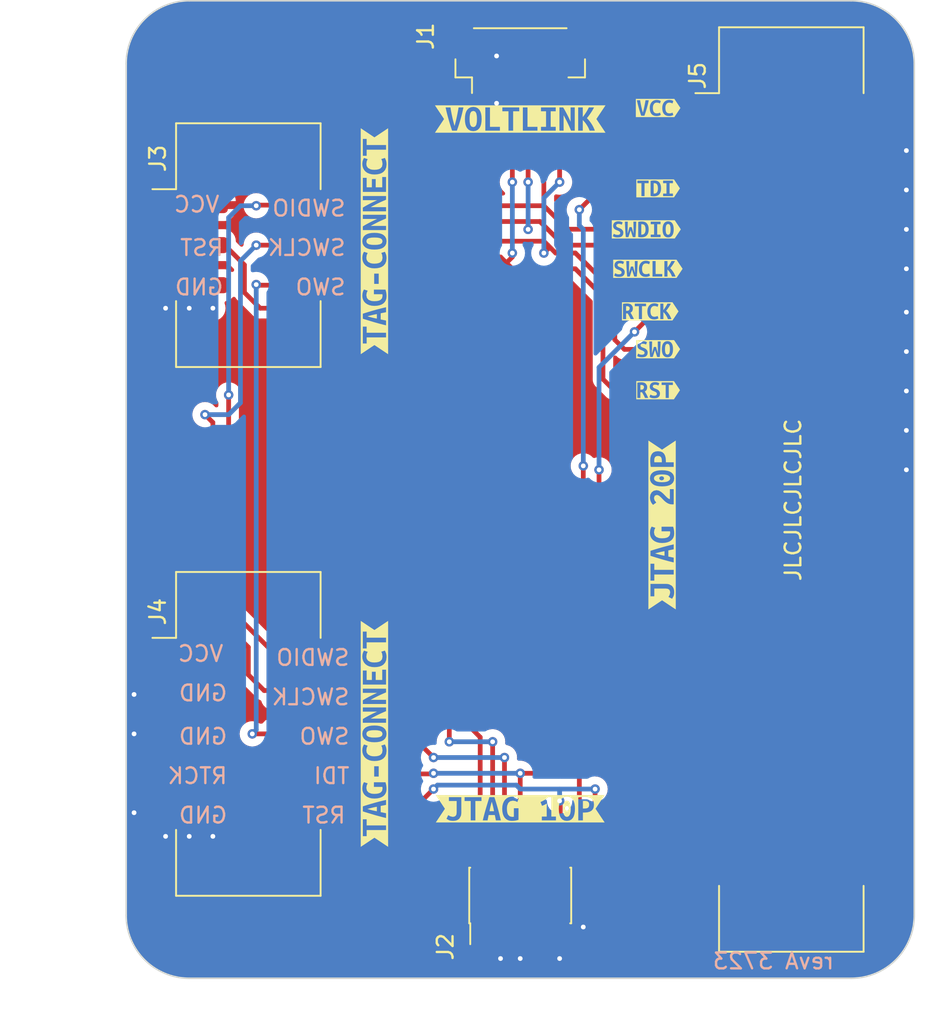
<source format=kicad_pcb>
(kicad_pcb (version 20221018) (generator pcbnew)
  (layers (0 "F.Cu" signal) (31 "B.Cu" signal) (34 "B.Paste" user) (35 "F.Paste" user) (36 "B.SilkS" user "B.Silkscreen") (37 "F.SilkS" user "F.Silkscreen") (38 "B.Mask" user) (39 "F.Mask" user) (44 "Edge.Cuts" user))
  (net 0 "")
  (net 1 "VCC")
  (net 2 "GND")
  (net 3 "/RTCK")
  (net 4 "/TDI")
  (net 5 "/RESET")
  (net 6 "/TXD")
  (net 7 "/RXD")
  (net 8 "/IO0")
  (net 9 "/EN")
  (net 10 "/TMS{slash}SWDIO")
  (net 11 "/TCLK{slash}SWCLK")
  (net 12 "/TDO{slash}SWO")
  (footprint "Fiducial:Fiducial_0.5mm_Mask1mm" (layer "F.Cu") (at 108.5 65.5)
    (fp_text reference "REF**" hide)
    (fp_text value "Fiducial_0.5mm_Mask1mm")
    (pad "" smd circle (at 0 0) (size 0.5 0.5) (layers "F.Cu" "F.Mask") (clearance 0.25))
  )
  (footprint "kibuzzard-6507D818" (layer "F.Cu") (at 140.25 88.2)
    (fp_text reference "kibuzzard-6507D818" hide)
    (fp_text value "G***" hide)
  )
  (footprint "kibuzzard-64FC233E" (layer "F.Cu") (at 131.5 71)
    (fp_text reference "kibuzzard-64FC233E" hide)
    (fp_text value "G***" hide)
  )
  (footprint "kibuzzard-6507D7E8" (layer "F.Cu") (at 140.25 75.4)
    (fp_text reference "kibuzzard-6507D7E8" hide)
    (fp_text value "G***" hide)
  )
  (footprint "kibuzzard-64FC2395" (layer "F.Cu") (at 140.5 96.75 90)
    (fp_text reference "kibuzzard-64FC2395" hide)
    (fp_text value "G***" hide)
  )
  (footprint "Voltlog:voltlog_mask_3mm" (layer "F.Cu") (at 122.014531 94.48057 90)
    (fp_text reference "V1" hide)
    (fp_text value "VOLTLOG_LOGO" hide)
  )
  (footprint "kibuzzard-6507D7D7" (layer "F.Cu") (at 140.25 70.3)
    (fp_text reference "kibuzzard-6507D7D7" hide)
    (fp_text value "G***" hide)
  )
  (footprint "kibuzzard-6507D7FA" (layer "F.Cu") (at 139.5 78)
    (fp_text reference "kibuzzard-6507D7FA" hide)
    (fp_text value "G***" hide)
  )
  (footprint "kibuzzard-64FC234D" (layer "F.Cu") (at 122.25 78.75 90)
    (fp_text reference "kibuzzard-64FC234D" hide)
    (fp_text value "G***" hide)
  )
  (footprint "kibuzzard-6507D812" (layer "F.Cu") (at 140.25 85.6)
    (fp_text reference "kibuzzard-6507D812" hide)
    (fp_text value "G***" hide)
  )
  (footprint "kibuzzard-6507D800" (layer "F.Cu") (at 139.6 80.5)
    (fp_text reference "kibuzzard-6507D800" hide)
    (fp_text value "G***" hide)
  )
  (footprint "Connector_IDC:IDC-Header_2x05_P2.54mm_Vertical_SMD" (layer "F.Cu") (at 114.25 110)
    (fp_text reference "J4" (at -5.75 -7.75 90) (layer "F.SilkS"))
    (fp_text value "TC2050-IDC 10-Pin")
    (pad "1" smd roundrect (at -3.8 -5.08) (size 5 1.02) (layers "F.Cu" "F.Paste" "F.Mask") (net 1 "VCC"))
    (pad "2" smd roundrect (at 3.8 -5.08) (size 5 1.02) (layers "F.Cu" "F.Paste" "F.Mask") (net 10 "/TMS{slash}SWDIO"))
    (pad "3" smd roundrect (at -3.8 -2.54) (size 5 1.02) (layers "F.Cu" "F.Paste" "F.Mask") (net 2 "GND"))
    (pad "4" smd roundrect (at 3.8 -2.54) (size 5 1.02) (layers "F.Cu" "F.Paste" "F.Mask") (net 11 "/TCLK{slash}SWCLK"))
    (pad "5" smd roundrect (at -3.8 0) (size 5 1.02) (layers "F.Cu" "F.Paste" "F.Mask") (net 2 "GND"))
    (pad "6" smd roundrect (at 3.8 0) (size 5 1.02) (layers "F.Cu" "F.Paste" "F.Mask") (net 12 "/TDO{slash}SWO"))
    (pad "7" smd roundrect (at -3.8 2.54) (size 5 1.02) (layers "F.Cu" "F.Paste" "F.Mask") (net 3 "/RTCK"))
    (pad "8" smd roundrect (at 3.8 2.54) (size 5 1.02) (layers "F.Cu" "F.Paste" "F.Mask") (net 4 "/TDI"))
    (pad "9" smd roundrect (at -3.8 5.08) (size 5 1.02) (layers "F.Cu" "F.Paste" "F.Mask") (net 2 "GND"))
    (pad "10" smd roundrect (at 3.8 5.08) (size 5 1.02) (layers "F.Cu" "F.Paste" "F.Mask") (net 5 "/RESET"))
  )
  (footprint "Connector_IDC:IDC-Header_2x20_P2.54mm_Vertical_SMD" (layer "F.Cu") (at 148.7 94.5)
    (fp_text reference "J5" (at -5.95 -26.25 90) (layer "F.SilkS"))
    (fp_text value "Conn_ARM_JTAG_SWD_20")
    (pad "1" smd roundrect (at -3.8 -24.13) (size 5 1.02) (layers "F.Cu" "F.Paste" "F.Mask") (net 1 "VCC"))
    (pad "2" smd roundrect (at 3.8 -24.13) (size 5 1.02) (layers "F.Cu" "F.Paste" "F.Mask") (net 1 "VCC"))
    (pad "3" smd roundrect (at -3.8 -21.59) (size 5 1.02) (layers "F.Cu" "F.Paste" "F.Mask"))
    (pad "4" smd roundrect (at 3.8 -21.59) (size 5 1.02) (layers "F.Cu" "F.Paste" "F.Mask") (net 2 "GND"))
    (pad "5" smd roundrect (at -3.8 -19.05) (size 5 1.02) (layers "F.Cu" "F.Paste" "F.Mask") (net 4 "/TDI"))
    (pad "6" smd roundrect (at 3.8 -19.05) (size 5 1.02) (layers "F.Cu" "F.Paste" "F.Mask") (net 2 "GND"))
    (pad "7" smd roundrect (at -3.8 -16.51) (size 5 1.02) (layers "F.Cu" "F.Paste" "F.Mask") (net 10 "/TMS{slash}SWDIO"))
    (pad "8" smd roundrect (at 3.8 -16.51) (size 5 1.02) (layers "F.Cu" "F.Paste" "F.Mask") (net 2 "GND"))
    (pad "9" smd roundrect (at -3.8 -13.97) (size 5 1.02) (layers "F.Cu" "F.Paste" "F.Mask") (net 11 "/TCLK{slash}SWCLK"))
    (pad "10" smd roundrect (at 3.8 -13.97) (size 5 1.02) (layers "F.Cu" "F.Paste" "F.Mask") (net 2 "GND"))
    (pad "11" smd roundrect (at -3.8 -11.43) (size 5 1.02) (layers "F.Cu" "F.Paste" "F.Mask") (net 3 "/RTCK"))
    (pad "12" smd roundrect (at 3.8 -11.43) (size 5 1.02) (layers "F.Cu" "F.Paste" "F.Mask") (net 2 "GND"))
    (pad "13" smd roundrect (at -3.8 -8.89) (size 5 1.02) (layers "F.Cu" "F.Paste" "F.Mask") (net 12 "/TDO{slash}SWO"))
    (pad "14" smd roundrect (at 3.8 -8.89) (size 5 1.02) (layers "F.Cu" "F.Paste" "F.Mask") (net 2 "GND"))
    (pad "15" smd roundrect (at -3.8 -6.35) (size 5 1.02) (layers "F.Cu" "F.Paste" "F.Mask") (net 5 "/RESET"))
    (pad "16" smd roundrect (at 3.8 -6.35) (size 5 1.02) (layers "F.Cu" "F.Paste" "F.Mask") (net 2 "GND"))
    (pad "17" smd roundrect (at -3.8 -3.81) (size 5 1.02) (layers "F.Cu" "F.Paste" "F.Mask"))
    (pad "18" smd roundrect (at 3.8 -3.81) (size 5 1.02) (layers "F.Cu" "F.Paste" "F.Mask") (net 2 "GND"))
    (pad "19" smd roundrect (at -3.8 -1.27) (size 5 1.02) (layers "F.Cu" "F.Paste" "F.Mask"))
    (pad "20" smd roundrect (at 3.8 -1.27) (size 5 1.02) (layers "F.Cu" "F.Paste" "F.Mask") (net 2 "GND"))
    (pad "21" smd roundrect (at -3.8 1.27) (size 5 1.02) (layers "F.Cu" "F.Paste" "F.Mask"))
    (pad "22" smd roundrect (at 3.8 1.27) (size 5 1.02) (layers "F.Cu" "F.Paste" "F.Mask"))
    (pad "23" smd roundrect (at -3.8 3.81) (size 5 1.02) (layers "F.Cu" "F.Paste" "F.Mask"))
    (pad "24" smd roundrect (at 3.8 3.81) (size 5 1.02) (layers "F.Cu" "F.Paste" "F.Mask"))
    (pad "25" smd roundrect (at -3.8 6.35) (size 5 1.02) (layers "F.Cu" "F.Paste" "F.Mask"))
    (pad "26" smd roundrect (at 3.8 6.35) (size 5 1.02) (layers "F.Cu" "F.Paste" "F.Mask"))
    (pad "27" smd roundrect (at -3.8 8.89) (size 5 1.02) (layers "F.Cu" "F.Paste" "F.Mask"))
    (pad "28" smd roundrect (at 3.8 8.89) (size 5 1.02) (layers "F.Cu" "F.Paste" "F.Mask"))
    (pad "29" smd roundrect (at -3.8 11.43) (size 5 1.02) (layers "F.Cu" "F.Paste" "F.Mask"))
    (pad "30" smd roundrect (at 3.8 11.43) (size 5 1.02) (layers "F.Cu" "F.Paste" "F.Mask"))
    (pad "31" smd roundrect (at -3.8 13.97) (size 5 1.02) (layers "F.Cu" "F.Paste" "F.Mask"))
    (pad "32" smd roundrect (at 3.8 13.97) (size 5 1.02) (layers "F.Cu" "F.Paste" "F.Mask"))
    (pad "33" smd roundrect (at -3.8 16.51) (size 5 1.02) (layers "F.Cu" "F.Paste" "F.Mask"))
    (pad "34" smd roundrect (at 3.8 16.51) (size 5 1.02) (layers "F.Cu" "F.Paste" "F.Mask"))
    (pad "35" smd roundrect (at -3.8 19.05) (size 5 1.02) (layers "F.Cu" "F.Paste" "F.Mask"))
    (pad "36" smd roundrect (at 3.8 19.05) (size 5 1.02) (layers "F.Cu" "F.Paste" "F.Mask"))
    (pad "37" smd roundrect (at -3.8 21.59) (size 5 1.02) (layers "F.Cu" "F.Paste" "F.Mask"))
    (pad "38" smd roundrect (at 3.8 21.59) (size 5 1.02) (layers "F.Cu" "F.Paste" "F.Mask"))
    (pad "39" smd roundrect (at -3.8 24.13) (size 5 1.02) (layers "F.Cu" "F.Paste" "F.Mask"))
    (pad "40" smd roundrect (at 3.8 24.13) (size 5 1.02) (layers "F.Cu" "F.Paste" "F.Mask"))
  )
  (footprint "kibuzzard-64FC235A" (layer "F.Cu") (at 122.25 110 90)
    (fp_text reference "kibuzzard-64FC235A" hide)
    (fp_text value "G***" hide)
  )
  (footprint "Connector_IDC:IDC-Header_2x03_P2.54mm_Vertical_SMD" (layer "F.Cu") (at 114.25 79)
    (fp_text reference "J3" (at -5.75 -5.5 90) (layer "F.SilkS"))
    (fp_text value "TC2030-IDC 6-Pin")
    (pad "1" smd roundrect (at -3.8 -2.54) (size 5 1.02) (layers "F.Cu" "F.Paste" "F.Mask") (net 1 "VCC"))
    (pad "2" smd roundrect (at 3.8 -2.54) (size 5 1.02) (layers "F.Cu" "F.Paste" "F.Mask") (net 10 "/TMS{slash}SWDIO"))
    (pad "3" smd roundrect (at -3.8 0) (size 5 1.02) (layers "F.Cu" "F.Paste" "F.Mask") (net 5 "/RESET"))
    (pad "4" smd roundrect (at 3.8 0) (size 5 1.02) (layers "F.Cu" "F.Paste" "F.Mask") (net 11 "/TCLK{slash}SWCLK"))
    (pad "5" smd roundrect (at -3.8 2.54) (size 5 1.02) (layers "F.Cu" "F.Paste" "F.Mask") (net 2 "GND"))
    (pad "6" smd roundrect (at 3.8 2.54) (size 5 1.02) (layers "F.Cu" "F.Paste" "F.Mask") (net 12 "/TDO{slash}SWO"))
  )
  (footprint "NetTie:NetTie-2_SMD_Pad0.5mm" (layer "F.Cu") (at 133 71 -90)
    (fp_text reference "NT3" hide)
    (fp_text value "NetTie_2")
    (fp_poly (pts (xy -0.5 -0.25) (xy 0.5 -0.25) (xy 0.5 0.25) (xy -0.5 0.25)) (fill solid) (layer "F.Cu"))
    (pad "1" smd circle (at -0.5 0 270) (size 0.5 0.5) (layers "F.Cu") (net 8 "/IO0"))
    (pad "2" smd circle (at 0.5 0 270) (size 0.5 0.5) (layers "F.Cu") (net 10 "/TMS{slash}SWDIO"))
  )
  (footprint "Voltlog:VoltLink-vertical" (layer "F.Cu") (at 131.5 67.25)
    (fp_text reference "J1" (at -6 -1.5 90) (layer "F.SilkS"))
    (fp_text value "VoltLink_target")
    (pad "1" smd roundrect (at -2.5 1.325) (size 0.6 1.55) (layers "F.Cu" "F.Paste" "F.Mask") (net 1 "VCC"))
    (pad "2" smd roundrect (at -1.5 1.325) (size 0.6 1.55) (layers "F.Cu" "F.Paste" "F.Mask") (net 2 "GND"))
    (pad "3" smd roundrect (at -0.5 1.325) (size 0.6 1.55) (layers "F.Cu" "F.Paste" "F.Mask") (net 6 "/TXD"))
    (pad "4" smd roundrect (at 0.5 1.325) (size 0.6 1.55) (layers "F.Cu" "F.Paste" "F.Mask") (net 7 "/RXD"))
    (pad "5" smd roundrect (at 1.5 1.325) (size 0.6 1.55) (layers "F.Cu" "F.Paste" "F.Mask") (net 8 "/IO0"))
    (pad "6" smd roundrect (at 2.5 1.325) (size 0.6 1.55) (layers "F.Cu" "F.Paste" "F.Mask") (net 9 "/EN"))
    (pad "MP" smd roundrect (at -3.8 -1.2) (size 1.2 1.8) (layers "F.Cu" "F.Paste" "F.Mask") (roundrect_rratio 0.2083333333))
    (pad "MP" smd roundrect (at 3.8 -1.2) (size 1.2 1.8) (layers "F.Cu" "F.Paste" "F.Mask") (roundrect_rratio 0.2083333333))
  )
  (footprint "kibuzzard-64FC2381" (layer "F.Cu") (at 131.5 114.75)
    (fp_text reference "kibuzzard-64FC2381" hide)
    (fp_text value "G***" hide)
  )
  (footprint "kibuzzard-6507D807" (layer "F.Cu") (at 139.75 83.2)
    (fp_text reference "kibuzzard-6507D807" hide)
    (fp_text value "G***" hide)
  )
  (footprint "Connector_PinHeader_1.27mm:PinHeader_2x05_P1.27mm_Vertical_SMD" (layer "F.Cu") (at 131.5 120.25 90)
    (fp_text reference "J2" (at -3.25 -4.75 270) (layer "F.SilkS"))
    (fp_text value "JTAG 10pin P1.27mm")
    (pad "1" smd rect (at -1.95 -2.54 90) (size 2.4 0.74) (layers "F.Cu" "F.Paste" "F.Mask") (net 1 "VCC"))
    (pad "2" smd rect (at 1.95 -2.54 90) (size 2.4 0.74) (layers "F.Cu" "F.Paste" "F.Mask") (net 10 "/TMS{slash}SWDIO"))
    (pad "3" smd rect (at -1.95 -1.27 90) (size 2.4 0.74) (layers "F.Cu" "F.Paste" "F.Mask") (net 2 "GND"))
    (pad "4" smd rect (at 1.95 -1.27 90) (size 2.4 0.74) (layers "F.Cu" "F.Paste" "F.Mask") (net 11 "/TCLK{slash}SWCLK"))
    (pad "5" smd rect (at -1.95 0 90) (size 2.4 0.74) (layers "F.Cu" "F.Paste" "F.Mask") (net 2 "GND"))
    (pad "6" smd rect (at 1.95 0 90) (size 2.4 0.74) (layers "F.Cu" "F.Paste" "F.Mask") (net 12 "/TDO{slash}SWO"))
    (pad "7" smd rect (at -1.95 1.27 90) (size 2.4 0.74) (layers "F.Cu" "F.Paste" "F.Mask") (net 3 "/RTCK"))
    (pad "8" smd rect (at 1.95 1.27 90) (size 2.4 0.74) (layers "F.Cu" "F.Paste" "F.Mask") (net 4 "/TDI"))
    (pad "9" smd rect (at -1.95 2.54 90) (size 2.4 0.74) (layers "F.Cu" "F.Paste" "F.Mask") (net 2 "GND"))
    (pad "10" smd rect (at 1.95 2.54 90) (size 2.4 0.74) (layers "F.Cu" "F.Paste" "F.Mask") (net 5 "/RESET"))
  )
  (footprint "NetTie:NetTie-2_SMD_Pad0.5mm" (layer "F.Cu") (at 131 71 -90)
    (fp_text reference "NT1" hide)
    (fp_text value "NetTie_2")
    (fp_poly (pts (xy -0.5 -0.25) (xy 0.5 -0.25) (xy 0.5 0.25) (xy -0.5 0.25)) (fill solid) (layer "F.Cu"))
    (pad "1" smd circle (at -0.5 0 270) (size 0.5 0.5) (layers "F.Cu") (net 6 "/TXD"))
    (pad "2" smd circle (at 0.5 0 270) (size 0.5 0.5) (layers "F.Cu") (net 5 "/RESET"))
  )
  (footprint "NetTie:NetTie-2_SMD_Pad0.5mm" (layer "F.Cu") (at 134 71 -90)
    (fp_text reference "NT4" hide)
    (fp_text value "NetTie_2")
    (fp_poly (pts (xy -0.5 -0.25) (xy 0.5 -0.25) (xy 0.5 0.25) (xy -0.5 0.25)) (fill solid) (layer "F.Cu"))
    (pad "1" smd circle (at -0.5 0 270) (size 0.5 0.5) (layers "F.Cu") (net 9 "/EN"))
    (pad "2" smd circle (at 0.5 0 270) (size 0.5 0.5) (layers "F.Cu") (net 12 "/TDO{slash}SWO"))
  )
  (footprint "NetTie:NetTie-2_SMD_Pad0.5mm" (layer "F.Cu") (at 132 71 -90)
    (fp_text reference "NT2" hide)
    (fp_text value "NetTie_2")
    (fp_poly (pts (xy -0.5 -0.25) (xy 0.5 -0.25) (xy 0.5 0.25) (xy -0.5 0.25)) (fill solid) (layer "F.Cu"))
    (pad "1" smd circle (at -0.5 0 270) (size 0.5 0.5) (layers "F.Cu") (net 7 "/RXD"))
    (pad "2" smd circle (at 0.5 0 270) (size 0.5 0.5) (layers "F.Cu") (net 11 "/TCLK{slash}SWCLK"))
  )
  (gr_arc (start 152.5 63.5) (mid 155.328427 64.671573) (end 156.5 67.5) (stroke (width 0.1)) (layer "Edge.Cuts"))
  (gr_arc (start 156.5 121.5) (mid 155.328427 124.328427) (end 152.5 125.5) (stroke (width 0.1)) (layer "Edge.Cuts"))
  (gr_line (start 156.5 67.5) (end 156.5 121.5) (stroke (width 0.1)) (layer "Edge.Cuts"))
  (gr_line (start 110.5 63.5) (end 152.5 63.5) (stroke (width 0.1)) (layer "Edge.Cuts"))
  (gr_arc (start 106.5 67.5) (mid 107.671573 64.671573) (end 110.5 63.5) (stroke (width 0.1)) (layer "Edge.Cuts"))
  (gr_line (start 152.5 125.5) (end 110.5 125.5) (stroke (width 0.1)) (layer "Edge.Cuts"))
  (gr_line (start 106.5 121.5) (end 106.5 67.5) (stroke (width 0.1)) (layer "Edge.Cuts"))
  (gr_arc (start 110.5 125.5) (mid 107.671573 124.328427) (end 106.5 121.5) (stroke (width 0.1)) (layer "Edge.Cuts"))
  (gr_text "SWDIO" (at 120.5 77.25) (layer "B.SilkS") (effects (font (size 1 1)) (justify left bottom mirror)))
  (gr_text "VCC" (at 112.75 105.5) (layer "B.SilkS") (effects (font (size 1 1)) (justify left bottom mirror)))
  (gr_text "GND" (at 113 115.75) (layer "B.SilkS") (effects (font (size 1 1)) (justify left bottom mirror)))
  (gr_text "RST" (at 112.75 79.75) (layer "B.SilkS") (effects (font (size 1 1)) (justify left bottom mirror)))
  (gr_text "GND" (at 113 108) (layer "B.SilkS") (effects (font (size 1 1)) (justify left bottom mirror)))
  (gr_text "GND" (at 112.75 82.25) (layer "B.SilkS") (effects (font (size 1 1)) (justify left bottom mirror)))
  (gr_text "SWCLK" (at 120.75 108.25) (layer "B.SilkS") (effects (font (size 1 1)) (justify left bottom mirror)))
  (gr_text "SWO" (at 120.5 82.25) (layer "B.SilkS") (effects (font (size 1 1)) (justify left bottom mirror)))
  (gr_text "SWO" (at 120.75 110.75) (layer "B.SilkS") (effects (font (size 1 1)) (justify left bottom mirror)))
  (gr_text "VCC" (at 112.5 77) (layer "B.SilkS") (effects (font (size 1 1)) (justify left bottom mirror)))
  (gr_text "RST" (at 120.5 115.75) (layer "B.SilkS") (effects (font (size 1 1)) (justify left bottom mirror)))
  (gr_text "revA 3723" (at 151.5 125) (layer "B.SilkS") (effects (font (size 1 1)) (justify left bottom mirror)))
  (gr_text "SWDIO" (at 120.75 105.75) (layer "B.SilkS") (effects (font (size 1 1)) (justify left bottom mirror)))
  (gr_text "TDI" (at 120.75 113.25) (layer "B.SilkS") (effects (font (size 1 1)) (justify left bottom mirror)))
  (gr_text "RTCK" (at 113 113.25) (layer "B.SilkS") (effects (font (size 1 1)) (justify left bottom mirror)))
  (gr_text "SWCLK" (at 120.5 79.75) (layer "B.SilkS") (effects (font (size 1 1)) (justify left bottom mirror)))
  (gr_text "GND" (at 113 110.75) (layer "B.SilkS") (effects (font (size 1 1)) (justify left bottom mirror)))
  (gr_text "JLCJLCJLCJLC" (at 149.4 100.4 90) (layer "F.SilkS") (effects (font (size 1 1)) (justify left bottom)))
  (segment (start 152.5 90.69) (end 155.94 90.69) (width 0.4) (layer "F.Cu") (net 2))
  (segment (start 111.96 81.54) (end 112 81.5) (width 0.4) (layer "F.Cu") (net 2))
  (segment (start 110.45 110) (end 107 110) (width 0.4) (layer "F.Cu") (net 2))
  (segment (start 152.5 93.23) (end 155.98 93.23) (width 0.4) (layer "F.Cu") (net 2))
  (segment (start 152.5 83.07) (end 155.82 83.07) (width 0.4) (layer "F.Cu") (net 2))
  (segment (start 152.5 77.99) (end 152.5 80.53) (width 0.4) (layer "F.Cu") (net 2))
  (segment (start 110.45 110) (end 110.45 107.46) (width 0.4) (layer "F.Cu") (net 2))
  (segment (start 110.45 115.08) (end 107.08 115.08) (width 0.4) (layer "F.Cu") (net 2))
  (segment (start 155.82 83.07) (end 156 83.25) (width 0.4) (layer "F.Cu") (net 2))
  (segment (start 155.99 77.99) (end 156 78) (width 0.4) (layer "F.Cu") (net 2))
  (segment (start 155.97 80.53) (end 156 80.5) (width 0.4) (layer "F.Cu") (net 2))
  (segment (start 155.9 88.15) (end 156 88.25) (width 0.4) (layer "F.Cu") (net 2))
  (segment (start 112 81.5) (end 112 83) (width 0.4) (layer "F.Cu") (net 2))
  (segment (start 155.91 72.91) (end 156 73) (width 0.4) (layer "F.Cu") (net 2))
  (segment (start 130.23 122.2) (end 130.23 124.23) (width 0.4) (layer "F.Cu") (net 2))
  (segment (start 110.45 115.08) (end 111.58 115.08) (width 0.4) (layer "F.Cu") (net 2))
  (segment (start 130.23 122.2) (end 131.5 122.2) (width 0.4) (layer "F.Cu") (net 2))
  (segment (start 152.5 77.99) (end 155.99 77.99) (width 0.4) (layer "F.Cu") (net 2))
  (segment (start 131.5 122.2) (end 131.5 124.25) (width 0.4) (layer "F.Cu") (net 2))
  (segment (start 155.95 75.45) (end 156 75.5) (width 0.4) (layer "F.Cu") (net 2))
  (segment (start 109.04 81.54) (end 109 81.5) (width 0.4) (layer "F.Cu") (net 2))
  (segment (start 110.45 115.08) (end 110.45 116.45) (width 0.4) (layer "F.Cu") (net 2))
  (segment (start 152.5 72.91) (end 152.5 75.45) (width 0.4) (layer "F.Cu") (net 2))
  (segment (start 130 68.575) (end 130 70) (width 0.4) (layer "F.Cu") (net 2))
  (segment (start 110.45 81.54) (end 110.45 82.95) (width 0.4) (layer "F.Cu") (net 2))
  (segment (start 152.5 80.53) (end 155.97 80.53) (width 0.4) (layer "F.Cu") (net 2))
  (segment (start 152.5 90.69) (end 152.5 93.23) (width 0.4) (layer "F.Cu") (net 2))
  (segment (start 152.5 80.53) (end 152.5 83.07) (width 0.4) (layer "F.Cu") (net 2))
  (segment (start 109.42 115.08) (end 109 115.5) (width 0.4) (layer "F.Cu") (net 2))
  (segment (start 112 115.5) (end 112 116.5) (width 0.4) (layer "F.Cu") (net 2))
  (segment (start 134.04 124.21) (end 134 124.25) (width 0.4) (layer "F.Cu") (net 2))
  (segment (start 110.45 81.54) (end 109.04 81.54) (width 0.4) (layer "F.Cu") (net 2))
  (segment (start 110.45 81.54) (end 111.96 81.54) (width 0.4) (layer "F.Cu") (net 2))
  (segment (start 152.5 72.91) (end 155.91 72.91) (width 0.4) (layer "F.Cu") (net 2))
  (segment (start 152.5 85.61) (end 152.5 88.15) (width 0.4) (layer "F.Cu") (net 2))
  (segment (start 107.08 115.08) (end 107 115) (width 0.4) (layer "F.Cu") (net 2))
  (segment (start 110.45 115.08) (end 109.42 115.08) (width 0.4) (layer "F.Cu") (net 2))
  (segment (start 155.94 90.69) (end 156 90.75) (width 0.4) (layer "F.Cu") (net 2))
  (segment (start 110.45 107.46) (end 107.04 107.46) (width 0.4) (layer "F.Cu") (net 2))
  (segment (start 130.23 124.23) (end 130.25 124.25) (width 0.4) (layer "F.Cu") (net 2))
  (segment (start 155.98 93.23) (end 156 93.25) (width 0.4) (layer "F.Cu") (net 2))
  (segment (start 107.04 107.46) (end 107 107.5) (width 0.4) (layer "F.Cu") (net 2))
  (segment (start 134.04 122.2) (end 134.04 124.21) (width 0.4) (layer "F.Cu") (net 2))
  (segment (start 152.5 75.45) (end 155.95 75.45) (width 0.4) (layer "F.Cu") (net 2))
  (segment (start 152.5 88.15) (end 152.5 90.69) (width 0.4) (layer "F.Cu") (net 2))
  (segment (start 110.45 116.45) (end 110.5 116.5) (width 0.4) (layer "F.Cu") (net 2))
  (segment (start 155.86 85.61) (end 156 85.75) (width 0.4) (layer "F.Cu") (net 2))
  (segment (start 135.45 122.2) (end 135.5 122.25) (width 0.4) (layer "F.Cu") (net 2))
  (segment (start 152.5 83.07) (end 152.5 85.61) (width 0.4) (layer "F.Cu") (net 2))
  (segment (start 109 81.5) (end 109 83) (width 0.4) (layer "F.Cu") (net 2))
  (segment (start 111.58 115.08) (end 112 115.5) (width 0.4) (layer "F.Cu") (net 2))
  (segment (start 130 68.575) (end 130 67) (width 0.4) (layer "F.Cu") (net 2))
  (segment (start 134.04 122.2) (end 135.45 122.2) (width 0.4) (layer "F.Cu") (net 2))
  (segment (start 152.5 88.15) (end 155.9 88.15) (width 0.4) (layer "F.Cu") (net 2))
  (segment (start 109 115.5) (end 109 116.5) (width 0.4) (layer "F.Cu") (net 2))
  (segment (start 110.45 82.95) (end 110.5 83) (width 0.4) (layer "F.Cu") (net 2))
  (segment (start 152.5 75.45) (end 152.5 77.99) (width 0.4) (layer "F.Cu") (net 2))
  (segment (start 152.5 85.61) (end 155.86 85.61) (width 0.4) (layer "F.Cu") (net 2))
  (via (at 156 88.25) (size 0.6) (drill 0.3) (layers "F.Cu" "B.Cu") (net 2))
  (via (at 110.5 83) (size 0.6) (drill 0.3) (layers "F.Cu" "B.Cu") (net 2))
  (via (at 156 78) (size 0.6) (drill 0.3) (layers "F.Cu" "B.Cu") (net 2))
  (via (at 130 67) (size 0.6) (drill 0.3) (layers "F.Cu" "B.Cu") (net 2))
  (via (at 156 90.75) (size 0.6) (drill 0.3) (layers "F.Cu" "B.Cu") (net 2))
  (via (at 131.5 124.25) (size 0.6) (drill 0.3) (layers "F.Cu" "B.Cu") (net 2))
  (via (at 130.25 124.25) (size 0.6) (drill 0.3) (layers "F.Cu" "B.Cu") (net 2))
  (via (at 156 80.5) (size 0.6) (drill 0.3) (layers "F.Cu" "B.Cu") (net 2))
  (via (at 112 116.5) (size 0.6) (drill 0.3) (layers "F.Cu" "B.Cu") (net 2))
  (via (at 109 116.5) (size 0.6) (drill 0.3) (layers "F.Cu" "B.Cu") (net 2))
  (via (at 107 115) (size 0.6) (drill 0.3) (layers "F.Cu" "B.Cu") (net 2))
  (via (at 134 124.25) (size 0.6) (drill 0.3) (layers "F.Cu" "B.Cu") (net 2))
  (via (at 135.5 122.25) (size 0.6) (drill 0.3) (layers "F.Cu" "B.Cu") (net 2))
  (via (at 156 93.25) (size 0.6) (drill 0.3) (layers "F.Cu" "B.Cu") (net 2))
  (via (at 112 83) (size 0.6) (drill 0.3) (layers "F.Cu" "B.Cu") (net 2))
  (via (at 107 107.5) (size 0.6) (drill 0.3) (layers "F.Cu" "B.Cu") (net 2))
  (via (at 110.5 116.5) (size 0.6) (drill 0.3) (layers "F.Cu" "B.Cu") (net 2))
  (via (at 107 110) (size 0.6) (drill 0.3) (layers "F.Cu" "B.Cu") (net 2))
  (via (at 109 83) (size 0.6) (drill 0.3) (layers "F.Cu" "B.Cu") (net 2))
  (via (at 156 73) (size 0.6) (drill 0.3) (layers "F.Cu" "B.Cu") (net 2))
  (via (at 156 85.75) (size 0.6) (drill 0.3) (layers "F.Cu" "B.Cu") (net 2))
  (via (at 130 70) (size 0.6) (drill 0.3) (layers "F.Cu" "B.Cu") (net 2))
  (via (at 156 83.25) (size 0.6) (drill 0.3) (layers "F.Cu" "B.Cu") (net 2))
  (via (at 156 75.5) (size 0.6) (drill 0.3) (layers "F.Cu" "B.Cu") (net 2))
  (segment (start 124.5 117) (end 127.75 120.25) (width 0.3) (layer "F.Cu") (net 3))
  (segment (start 127.75 120.25) (end 132.25 120.25) (width 0.3) (layer "F.Cu") (net 3))
  (segment (start 144.9 83.07) (end 140.18 83.07) (width 0.3) (layer "F.Cu") (net 3))
  (segment (start 134.75 120.25) (end 132.25 120.25) (width 0.3) (layer "F.Cu") (net 3))
  (segment (start 135.25 119.75) (end 134.75 120.25) (width 0.3) (layer "F.Cu") (net 3))
  (segment (start 113.5 113.25) (end 113.5 114.75) (width 0.3) (layer "F.Cu") (net 3))
  (segment (start 112.79 112.54) (end 113.5 113.25) (width 0.3) (layer "F.Cu") (net 3))
  (segment (start 132.25 120.25) (end 132.77 120.77) (width 0.3) (layer "F.Cu") (net 3))
  (segment (start 110.45 112.54) (end 112.79 112.54) (width 0.3) (layer "F.Cu") (net 3))
  (segment (start 140.18 83.07) (end 138.75 84.5) (width 0.3) (layer "F.Cu") (net 3))
  (segment (start 115.75 117) (end 124.5 117) (width 0.3) (layer "F.Cu") (net 3))
  (segment (start 136.5 93.25) (end 136.5 111.25) (width 0.3) (layer "F.Cu") (net 3))
  (segment (start 132.77 120.77) (end 132.77 122.2) (width 0.3) (layer "F.Cu") (net 3))
  (segment (start 113.5 114.75) (end 115.75 117) (width 0.3) (layer "F.Cu") (net 3))
  (segment (start 135.25 112.5) (end 135.25 119.75) (width 0.3) (layer "F.Cu") (net 3))
  (segment (start 136.5 111.25) (end 135.25 112.5) (width 0.3) (layer "F.Cu") (net 3))
  (via (at 138.75 84.5) (size 0.6) (drill 0.3) (layers "F.Cu" "B.Cu") (net 3))
  (via (at 136.5 93.25) (size 0.6) (drill 0.3) (layers "F.Cu" "B.Cu") (net 3))
  (segment (start 136.5 86.75) (end 138.75 84.5) (width 0.3) (layer "B.Cu") (net 3))
  (segment (start 136.5 93.25) (end 136.5 86.75) (width 0.3) (layer "B.Cu") (net 3))
  (segment (start 135.5 93) (end 135.5 109.75) (width 0.3) (layer "F.Cu") (net 4))
  (segment (start 132.77 115.52) (end 132.77 118.3) (width 0.3) (layer "F.Cu") (net 4))
  (segment (start 135.25 76.75) (end 136.55 75.45) (width 0.3) (layer "F.Cu") (net 4))
  (segment (start 132.75 112.5) (end 131.5 112.5) (width 0.3) (layer "F.Cu") (net 4))
  (segment (start 118.05 112.54) (end 125.96 112.54) (width 0.3) (layer "F.Cu") (net 4))
  (segment (start 136.55 75.45) (end 144.9 75.45) (width 0.3) (layer "F.Cu") (net 4))
  (segment (start 135.5 109.75) (end 132.75 112.5) (width 0.3) (layer "F.Cu") (net 4))
  (segment (start 131.5 112.5) (end 131.5 114.25) (width 0.3) (layer "F.Cu") (net 4))
  (segment (start 125.96 112.54) (end 126 112.5) (width 0.3) (layer "F.Cu") (net 4))
  (segment (start 131.5 114.25) (end 132.77 115.52) (width 0.3) (layer "F.Cu") (net 4))
  (via (at 135.25 76.75) (size 0.6) (drill 0.3) (layers "F.Cu" "B.Cu") (net 4))
  (via (at 135.5 93) (size 0.6) (drill 0.3) (layers "F.Cu" "B.Cu") (net 4))
  (via (at 126 112.5) (size 0.6) (drill 0.3) (layers "F.Cu" "B.Cu") (net 4))
  (via (at 131.5 112.5) (size 0.6) (drill 0.3) (layers "F.Cu" "B.Cu") (net 4))
  (segment (start 126 112.5) (end 131.5 112.5) (width 0.3) (layer "B.Cu") (net 4))
  (segment (start 135.5 78) (end 135.25 77.75) (width 0.3) (layer "B.Cu") (net 4))
  (segment (start 135.25 77.75) (end 135.25 76.75) (width 0.3) (layer "B.Cu") (net 4))
  (segment (start 135.5 93) (end 135.5 78) (width 0.3) (layer "B.Cu") (net 4))
  (segment (start 125 79.75) (end 121.75 83) (width 0.3) (layer "F.Cu") (net 5))
  (segment (start 114 82) (end 114 80.25) (width 0.3) (layer "F.Cu") (net 5))
  (segment (start 130.25 79.75) (end 125 79.75) (width 0.3) (layer "F.Cu") (net 5))
  (segment (start 135 80.5) (end 131 80.5) (width 0.3) (layer "F.Cu") (net 5))
  (segment (start 134.04 118.3) (end 134.04 114.29) (width 0.3) (layer "F.Cu") (net 5))
  (segment (start 115 83) (end 114 82) (width 0.3) (layer "F.Cu") (net 5))
  (segment (start 147.65 88.15) (end 144.9 88.15) (width 0.3) (layer "F.Cu") (net 5))
  (segment (start 148.25 88.75) (end 147.65 88.15) (width 0.3) (layer "F.Cu") (net 5))
  (segment (start 131 80.5) (end 130.625 80.125) (width 0.3) (layer "F.Cu") (net 5))
  (segment (start 121.75 83) (end 115 83) (width 0.3) (layer "F.Cu") (net 5))
  (segment (start 137.75 120.75) (end 147.75 120.75) (width 0.3) (layer "F.Cu") (net 5))
  (segment (start 136.75 87.5) (end 136.75 82.25) (width 0.3) (layer "F.Cu") (net 5))
  (segment (start 131 79.75) (end 131 79.5) (width 0.3) (layer "F.Cu") (net 5))
  (segment (start 124.42 115.08) (end 118.05 115.08) (width 0.3) (layer "F.Cu") (net 5))
  (segment (start 114 80.25) (end 112.75 79) (width 0.3) (layer "F.Cu") (net 5))
  (segment (start 137.4 88.15) (end 136.75 87.5) (width 0.3) (layer "F.Cu") (net 5))
  (segment (start 136.25 119.25) (end 137.75 120.75) (width 0.3) (layer "F.Cu") (net 5))
  (segment (start 126 113.5) (end 124.42 115.08) (width 0.3) (layer "F.Cu") (net 5))
  (segment (start 112.75 79) (end 110.45 79) (width 0.3) (layer "F.Cu") (net 5))
  (segment (start 130.625 80.125) (end 131 79.75) (width 0.3) (layer "F.Cu") (net 5))
  (segment (start 148.25 120.25) (end 148.25 88.75) (width 0.3) (layer "F.Cu") (net 5))
  (segment (start 144.9 88.15) (end 137.4 88.15) (width 0.3) (layer "F.Cu") (net 5))
  (segment (start 136.25 113.5) (end 136.25 119.25) (width 0.3) (layer "F.Cu") (net 5))
  (segment (start 136.75 82.25) (end 135 80.5) (width 0.3) (layer "F.Cu") (net 5))
  (segment (start 130.625 80.125) (end 130.25 79.75) (width 0.3) (layer "F.Cu") (net 5))
  (segment (start 147.75 120.75) (end 148.25 120.25) (width 0.3) (layer "F.Cu") (net 5))
  (segment (start 131 71.5) (end 131 75) (width 0.3) (layer "F.Cu") (net 5))
  (segment (start 134.04 114.29) (end 134 114.25) (width 0.3) (layer "F.Cu") (net 5))
  (via (at 134 114.25) (size 0.6) (drill 0.3) (layers "F.Cu" "B.Cu") (net 5))
  (via (at 136.25 113.5) (size 0.6) (drill 0.3) (layers "F.Cu" "B.Cu") (net 5))
  (via (at 126 113.5) (size 0.6) (drill 0.3) (layers "F.Cu" "B.Cu") (net 5))
  (via (at 131 75) (size 0.6) (drill 0.3) (layers "F.Cu" "B.Cu") (net 5))
  (via (at 131 79.5) (size 0.6) (drill 0.3) (layers "F.Cu" "B.Cu") (net 5))
  (segment (start 134 114.25) (end 134 113.5) (width 0.3) (layer "B.Cu") (net 5))
  (segment (start 136.25 113.5) (end 134 113.5) (width 0.3) (layer "B.Cu") (net 5))
  (segment (start 126.25 113.25) (end 126 113.5) (width 0.3) (layer "B.Cu") (net 5))
  (segment (start 131.25 113.25) (end 126.25 113.25) (width 0.3) (layer "B.Cu") (net 5))
  (segment (start 134 113.5) (end 131.5 113.5) (width 0.3) (layer "B.Cu") (net 5))
  (segment (start 131.5 113.5) (end 131.25 113.25) (width 0.3) (layer "B.Cu") (net 5))
  (segment (start 131 75) (end 131 79.5) (width 0.3) (layer "B.Cu") (net 5))
  (segment (start 131 68.575) (end 131 70.5) (width 0.4) (layer "F.Cu") (net 6))
  (segment (start 132 68.575) (end 132 70.5) (width 0.4) (layer "F.Cu") (net 7))
  (segment (start 133 68.575) (end 133 70.5) (width 0.4) (layer "F.Cu") (net 8))
  (segment (start 134 68.575) (end 134 70.5) (width 0.4) (layer "F.Cu") (net 9))
  (segment (start 118.09 76.5) (end 118.05 76.46) (width 0.3) (layer "F.Cu") (net 10))
  (segment (start 133 71.5) (end 133 76.5) (width 0.3) (layer "F.Cu") (net 10))
  (segment (start 144.9 77.99) (end 134.49 77.99) (width 0.3) (layer "F.Cu") (net 10))
  (segment (start 134.49 77.99) (end 133 76.5) (width 0.3) (layer "F.Cu") (net 10))
  (segment (start 133 76.5) (end 118.09 76.5) (width 0.3) (layer "F.Cu") (net 10))
  (segment (start 123.67 104.92) (end 128.96 110.21) (width 0.3) (layer "F.Cu") (net 10))
  (segment (start 113 88.5) (end 113 102) (width 0.3) (layer "F.Cu") (net 10))
  (segment (start 118.05 76.46) (end 114.79 76.46) (width 0.3) (layer "F.Cu") (net 10))
  (segment (start 114.79 76.46) (end 114.75 76.5) (width 0.3) (layer "F.Cu") (net 10))
  (segment (start 113 102) (end 115.92 104.92) (width 0.3) (layer "F.Cu") (net 10))
  (segment (start 118.05 104.92) (end 123.67 104.92) (width 0.3) (layer "F.Cu") (net 10))
  (segment (start 115.92 104.92) (end 118.05 104.92) (width 0.3) (layer "F.Cu") (net 10))
  (segment (start 128.96 110.21) (end 128.96 118.3) (width 0.3) (layer "F.Cu") (net 10))
  (via (at 113 88.5) (size 0.6) (drill 0.3) (layers "F.Cu" "B.Cu") (net 10))
  (via (at 114.75 76.5) (size 0.6) (drill 0.3) (layers "F.Cu" "B.Cu") (net 10))
  (segment (start 113 77.25) (end 113.75 76.5) (width 0.3) (layer "B.Cu") (net 10))
  (segment (start 113.75 76.5) (end 114.75 76.5) (width 0.3) (layer "B.Cu") (net 10))
  (segment (start 113 88.5) (end 113 77.25) (width 0.3) (layer "B.Cu") (net 10))
  (segment (start 129.75 110.5) (end 129.75 116) (width 0.3) (layer "F.Cu") (net 11))
  (segment (start 142 80.5) (end 144.87 80.5) (width 0.3) (layer "F.Cu") (net 11))
  (segment (start 115.25 107.25) (end 117.84 107.25) (width 0.3) (layer "F.Cu") (net 11))
  (segment (start 134.25 79) (end 135.5 79) (width 0.3) (layer "F.Cu") (net 11))
  (segment (start 130.23 116.52) (end 130.23 118.3) (width 0.3) (layer "F.Cu") (net 11))
  (segment (start 118.05 107.46) (end 124.96 107.46) (width 0.3) (layer "F.Cu") (net 11))
  (segment (start 127 109.5) (end 127 110.5) (width 0.3) (layer "F.Cu") (net 11))
  (segment (start 114.25 106.25) (end 115.25 107.25) (width 0.3) (layer "F.Cu") (net 11))
  (segment (start 118.05 79) (end 122 79) (width 0.3) (layer "F.Cu") (net 11))
  (segment (start 129.75 116) (end 130.25 116.5) (width 0.3) (layer "F.Cu") (net 11))
  (segment (start 123.5 77.5) (end 132 77.5) (width 0.3) (layer "F.Cu") (net 11))
  (segment (start 132 77.5) (end 132 78) (width 0.3) (layer "F.Cu") (net 11))
  (segment (start 144.87 80.5) (end 144.9 80.53) (width 0.3) (layer "F.Cu") (net 11))
  (segment (start 112 102.25) (end 114.25 104.5) (width 0.3) (layer "F.Cu") (net 11))
  (segment (start 114.25 104.5) (end 114.25 106.25) (width 0.3) (layer "F.Cu") (net 11))
  (segment (start 118.05 79) (end 114.75 79) (width 0.3) (layer "F.Cu") (net 11))
  (segment (start 117.84 107.25) (end 118.05 107.46) (width 0.3) (layer "F.Cu") (net 11))
  (segment (start 130.25 116.5) (end 130.23 116.52) (width 0.3) (layer "F.Cu") (net 11))
  (segment (start 135.5 79) (end 140.5 79) (width 0.3) (layer "F.Cu") (net 11))
  (segment (start 140.5 79) (end 142 80.5) (width 0.3) (layer "F.Cu") (net 11))
  (segment (start 132 71.5) (end 132 75) (width 0.3) (layer "F.Cu") (net 11))
  (segment (start 132 77.5) (end 132.75 77.5) (width 0.3) (layer "F.Cu") (net 11))
  (segment (start 122 79) (end 123.5 77.5) (width 0.3) (layer "F.Cu") (net 11))
  (segment (start 132.75 77.5) (end 134.25 79) (width 0.3) (layer "F.Cu") (net 11))
  (segment (start 111.5 89.75) (end 112 90.25) (width 0.3) (layer "F.Cu") (net 11))
  (segment (start 112 90.25) (end 112 102.25) (width 0.3) (layer "F.Cu") (net 11))
  (segment (start 124.96 107.46) (end 127 109.5) (width 0.3) (layer "F.Cu") (net 11))
  (via (at 132 75) (size 0.6) (drill 0.3) (layers "F.Cu" "B.Cu") (net 11))
  (via (at 129.75 110.5) (size 0.6) (drill 0.3) (layers "F.Cu" "B.Cu") (net 11))
  (via (at 111.5 89.75) (size 0.6) (drill 0.3) (layers "F.Cu" "B.Cu") (net 11))
  (via (at 132 78) (size 0.6) (drill 0.3) (layers "F.Cu" "B.Cu") (net 11))
  (via (at 114.75 79) (size 0.6) (drill 0.3) (layers "F.Cu" "B.Cu") (net 11))
  (via (at 127 110.5) (size 0.6) (drill 0.3) (layers "F.Cu" "B.Cu") (net 11))
  (segment (start 113.75 89) (end 113.75 80) (width 0.3) (layer "B.Cu") (net 11))
  (segment (start 111.5 89.75) (end 113 89.75) (width 0.3) (layer "B.Cu") (net 11))
  (segment (start 132 75) (end 132 78) (width 0.3) (layer "B.Cu") (net 11))
  (segment (start 113 89.75) (end 113.75 89) (width 0.3) (layer "B.Cu") (net 11))
  (segment (start 127 110.5) (end 129.75 110.5) (width 0.3) (layer "B.Cu") (net 11))
  (segment (start 113.75 80) (end 114.75 79) (width 0.3) (layer "B.Cu") (net 11))
  (segment (start 133.25 79.25) (end 133.25 79) (width 0.3) (layer "F.Cu") (net 12))
  (segment (start 124.5 110) (end 126 111.5) (width 0.3) (layer "F.Cu") (net 12))
  (segment (start 121.21 81.54) (end 124 78.75) (width 0.3) (layer "F.Cu") (net 12))
  (segment (start 131.5 116.5) (end 131.5 118.3) (width 0.3) (layer "F.Cu") (net 12))
  (segment (start 137.5 85) (end 138.11 85.61) (width 0.3) (layer "F.Cu") (net 12))
  (segment (start 138.11 85.61) (end 144.9 85.61) (width 0.3) (layer "F.Cu") (net 12))
  (segment (start 118.05 81.54) (end 114.79 81.54) (width 0.3) (layer "F.Cu") (net 12))
  (segment (start 130.5 115.5) (end 131.5 116.5) (width 0.3) (layer "F.Cu") (net 12))
  (segment (start 118.05 81.54) (end 121.21 81.54) (width 0.3) (layer "F.Cu") (net 12))
  (segment (start 135 79.5) (end 137.5 82) (width 0.3) (layer "F.Cu") (net 12))
  (segment (start 114.5 110) (end 118.05 110) (width 0.3) (layer "F.Cu") (net 12))
  (segment (start 137.5 82) (end 137.5 85) (width 0.3) (layer "F.Cu") (net 12))
  (segment (start 134 71.5) (end 134 75) (width 0.3) (layer "F.Cu") (net 12))
  (segment (start 133 78.75) (end 133.25 79) (width 0.3) (layer "F.Cu") (net 12))
  (segment (start 114.79 81.54) (end 114.75 81.5) (width 0.3) (layer "F.Cu") (net 12))
  (segment (start 130.5 111.5) (end 130.5 115.5) (width 0.3) (layer "F.Cu") (net 12))
  (segment (start 133 79.5) (end 133.25 79.25) (width 0.3) (layer "F.Cu") (net 12))
  (segment (start 133.25 79) (end 133.75 79.5) (width 0.3) (layer "F.Cu") (net 12))
  (segment (start 133.75 79.5) (end 135 79.5) (width 0.3) (layer "F.Cu") (net 12))
  (segment (start 124 78.75) (end 133 78.75) (width 0.3) (layer "F.Cu") (net 12))
  (segment (start 118.05 110) (end 124.5 110) (width 0.3) (layer "F.Cu") (net 12))
  (via (at 114.75 81.5) (size 0.6) (drill 0.3) (layers "F.Cu" "B.Cu") (net 12))
  (via (at 114.5 110) (size 0.6) (drill 0.3) (layers "F.Cu" "B.Cu") (net 12))
  (via (at 134 75) (size 0.6) (drill 0.3) (layers "F.Cu" "B.Cu") (net 12))
  (via (at 133 79.5) (size 0.6) (drill 0.3) (layers "F.Cu" "B.Cu") (net 12))
  (via (at 126 111.5) (size 0.6) (drill 0.3) (layers "F.Cu" "B.Cu") (net 12))
  (via (at 130.5 111.5) (size 0.6) (drill 0.3) (layers "F.Cu" "B.Cu") (net 12))
  (segment (start 114.75 81.5) (end 114.75 109.75) (width 0.3) (layer "B.Cu") (net 12))
  (segment (start 133 76) (end 134 75) (width 0.3) (layer "B.Cu") (net 12))
  (segment (start 114.75 109.75) (end 114.5 110) (width 0.3) (layer "B.Cu") (net 12))
  (segment (start 126 111.5) (end 130.5 111.5) (width 0.3) (layer "B.Cu") (net 12))
  (segment (start 133 79.5) (end 133 76) (width 0.3) (layer "B.Cu") (net 12))
  (zone (net 1) (net_name "VCC") (layer "F.Cu") (name "vcc") (connect_pads (clearance 0.5)) (min_thickness 0.25) (fill yes (thermal_gap 0.5) (thermal_bridge_width 0.5))
    (polygon (pts (xy 106.5 63.5) (xy 156.5 63.5) (xy 156.5 125.5) (xy 106.5 125.5)))
  )
  (zone (net 2) (net_name "GND") (layer "B.Cu") (name "gnd") (connect_pads (clearance 0.5)) (min_thickness 0.25) (fill yes (thermal_gap 0.5) (thermal_bridge_width 0.5))
    (polygon (pts (xy 106.5 63.5) (xy 156.5 63.5) (xy 156.5 125.5) (xy 106.5 125.5)))
  )
)
</source>
